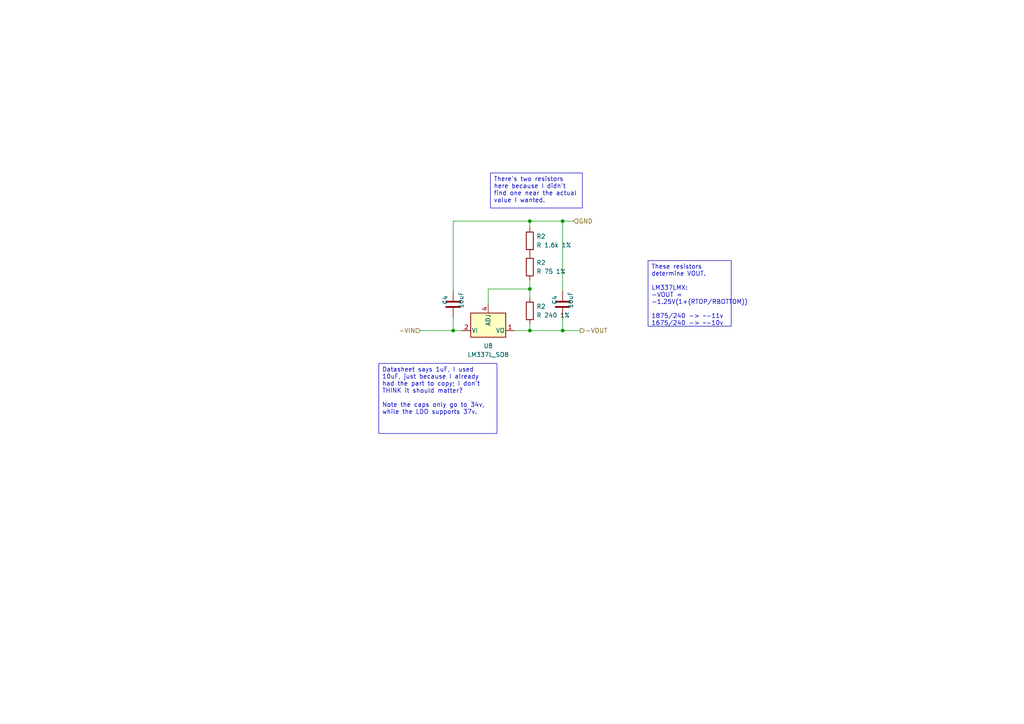
<source format=kicad_sch>
(kicad_sch (version 20230121) (generator eeschema)
  (paper "A4")
  (title_block (title "Negative LDO: -10V"))
  (lib_symbols
    (symbol "Device:C" (pin_numbers hide) (pin_names (offset 0.254))
      (property "Reference" "C" (at 0.635 2.54 0))
      (property "Value" "C" (at 0.635 -2.54 0))
      (symbol "C_0_1"
        (polyline (pts (xy -2.032 -0.762) (xy 2.032 -0.762)) (stroke (width 0.508)))
        (polyline (pts (xy -2.032 0.762) (xy 2.032 0.762)) (stroke (width 0.508)))
      )
      (symbol "C_1_1"
        (pin passive line (at 0 3.81 270) (length 2.794) (name "~") (number "1"))
        (pin passive line (at 0 -3.81 90) (length 2.794) (name "~") (number "2"))
      )
    )
    (symbol "Device:R" (pin_numbers hide) (pin_names (offset 0))
      (property "Reference" "R" (at 2.032 0 90))
      (property "Value" "R" (at 0 0 90))
      (symbol "R_0_1"
        (rectangle (start -1.016 -2.54) (end 1.016 2.54) (stroke (width 0.254)))
      )
      (symbol "R_1_1"
        (pin passive line (at 0 3.81 270) (length 1.27) (name "~") (number "1"))
        (pin passive line (at 0 -3.81 90) (length 1.27) (name "~") (number "2"))
      )
    )
    (symbol "Regulator_Linear:LM337L_SO8" (pin_names (offset 0.254))
      (property "Reference" "U" (at -3.81 -3.175 0))
      (property "Value" "LM337L_SO8" (at 0 -3.175 0))
      (symbol "LM337L_SO8_0_1"
        (rectangle (start -5.08 5.08) (end 5.08 -1.905) (stroke (width 0.254)) (fill (type background)))
      )
      (symbol "LM337L_SO8_1_1"
        (pin power_out line (at 7.62 0 180) (length 2.54) (name "VO") (number "1"))
        (pin power_in line (at -7.62 0 0) (length 2.54) (name "VI") (number "2"))
        (pin passive line (at -7.62 0 0) (length 2.54) hide (name "VI") (number "3"))
        (pin input line (at 0 7.62 270) (length 2.54) (name "ADJ") (number "4"))
        (pin no_connect line (at -5.08 2.54 0) (length 2.54) hide (name "NC") (number "5"))
        (pin passive line (at -7.62 0 0) (length 2.54) hide (name "VI") (number "6"))
        (pin passive line (at -7.62 0 0) (length 2.54) hide (name "VI") (number "7"))
        (pin no_connect line (at 5.08 2.54 180) (length 2.54) hide (name "NC") (number "8"))
      )
    )
  )
  (junction (at 153.67 83.82))
  (junction (at 131.445 95.885))
  (junction (at 163.195 95.885))
  (junction (at 153.67 95.885))
  (junction (at 163.195 64.135))
  (junction (at 153.67 64.135))
  (wire (pts (xy 131.445 95.885) (xy 133.985 95.885)))
  (wire (pts (xy 153.67 64.135) (xy 153.67 66.04)))
  (wire (pts (xy 141.605 83.82) (xy 153.67 83.82)))
  (wire (pts (xy 153.67 93.98) (xy 153.67 95.885)))
  (wire (pts (xy 153.67 83.82) (xy 153.67 86.36)))
  (wire (pts (xy 141.605 83.82) (xy 141.605 88.265)))
  (wire (pts (xy 121.92 95.885) (xy 131.445 95.885)))
  (wire (pts (xy 131.445 64.135) (xy 153.67 64.135)))
  (wire (pts (xy 163.195 64.135) (xy 166.37 64.135)))
  (wire (pts (xy 163.195 95.885) (xy 163.195 92.075)))
  (wire (pts (xy 153.67 95.885) (xy 163.195 95.885)))
  (wire (pts (xy 163.195 95.885) (xy 168.275 95.885)))
  (wire (pts (xy 131.445 92.075) (xy 131.445 95.885)))
  (wire (pts (xy 153.67 81.28) (xy 153.67 83.82)))
  (wire (pts (xy 149.225 95.885) (xy 153.67 95.885)))
  (wire (pts (xy 163.195 64.135) (xy 163.195 84.455)))
  (wire (pts (xy 131.445 64.135) (xy 131.445 84.455)))
  (wire (pts (xy 153.67 64.135) (xy 163.195 64.135)))
  (text_box "There's two resistors here because I didn't find one near the actual value I wanted." (at 142.24 50.165 0) (size 26.67 10.16) (effects (font (size 1.27 1.27)) (justify left top)))
  (text_box "Datasheet says 1uF, I used 10uF, just because I already had the part to copy; I don't THINK it should matter?\n\nNote the caps only go to 34v, while the LDO supports 37v." (at 109.855 105.41 0) (size 34.29 20.32) (effects (font (size 1.27 1.27)) (justify left top)))
  (text_box "These resistors determine VOUT.\n\nLM337LMX:\n-VOUT = -1.25V(1+(RTOP/RBOTTOM))\n\n1875/240 -> ~-11v\n1675/240 -> ~-10v" (at 187.96 75.565 0) (size 24.13 19.05) (effects (font (size 1.27 1.27)) (justify left top)))
  (hierarchical_label "GND" (shape input) (at 166.37 64.135 0))
  (hierarchical_label "-VIN" (shape input) (at 121.92 95.885 180))
  (hierarchical_label "-VOUT" (shape output) (at 168.275 95.885 0))
  (symbol (lib_id "Device:R") (at 153.67 77.47 0) (unit 1)
    (property "Reference" "R2" (at 155.575 76.2 0) (effects (justify left)))
    (property "Value" "R 75 1%" (at 155.575 78.74 0) (effects (justify left)))
    (property "Footprint" "Resistor_SMD:R_0402_1005Metric" (effects hide))
    (property "MFR" "0402WGF750JTCE" (effects hide))
    (property "LCSC" "C25133" (effects hide))
    (property "Description" "62.5mW Thick Film Resistors ±100ppm/℃ ±1% 75Ω 0402  Chip Resistor - Surface Mount ROHS" (effects hide))
    (property "URL" "https://jlcpcb.com/partdetail/25876-0402WGF750JTCE/C25133" (effects hide))
    (instances (project "kicad_deps" (path "" (reference "R2") (unit 1)) (path "" (reference "R11") (unit 1)) (path "" (reference "R14") (unit 1)) (path "" (reference "R16") (unit 1))))
  )
  (symbol (lib_id "Device:C") (at 131.445 88.265 0) (unit 1)
    (property "Reference" "C4" (at 129.155 87.015 90))
    (property "Value" "10uF" (at 133.745 87.015 90))
    (property "Footprint" "Capacitor_SMD:C_0603_1608Metric" (effects hide))
    (property "MFR" "GRM188R6YA106MA73D" (effects hide))
    (property "LCSC" "C194427" (effects hide))
    (property "Description" "35V 10uF X5R ±20% 0603  Multilayer Ceramic Capacitors MLCC - SMD/SMT ROHS" (effects hide))
    (property "URL" "https://jlcpcb.com/partdetail/235742-GRM188R6YA106MA73D/C194427" (effects hide))
    (instances (project "RP2040Breakout" (path "" (reference "C4") (unit 1))) (project "Pico_FT232H_pair" (path "" (reference "C1") (unit 1))) (project "kicad_deps" (path "" (reference "C4") (unit 1)) (path "" (reference "C2") (unit 1)) (path "" (reference "C7") (unit 1)) (path "" (reference "C9") (unit 1)) (path "" (reference "C14") (unit 1)) (path "" (reference "C16") (unit 1))))
  )
  (symbol (lib_id "Device:C") (at 163.195 88.265 0) (unit 1)
    (property "Reference" "C4" (at 160.905 87.015 90))
    (property "Value" "10uF" (at 165.495 87.015 90))
    (property "Footprint" "Capacitor_SMD:C_0603_1608Metric" (effects hide))
    (property "MFR" "GRM188R6YA106MA73D" (effects hide))
    (property "LCSC" "C194427" (effects hide))
    (property "Description" "35V 10uF X5R ±20% 0603  Multilayer Ceramic Capacitors MLCC - SMD/SMT ROHS" (effects hide))
    (property "URL" "https://jlcpcb.com/partdetail/235742-GRM188R6YA106MA73D/C194427" (effects hide))
    (instances (project "RP2040Breakout" (path "" (reference "C4") (unit 1))) (project "Pico_FT232H_pair" (path "" (reference "C1") (unit 1))) (project "kicad_deps" (path "" (reference "C4") (unit 1)) (path "" (reference "C2") (unit 1)) (path "" (reference "C7") (unit 1)) (path "" (reference "C9") (unit 1)) (path "" (reference "C15") (unit 1)) (path "" (reference "C17") (unit 1))))
  )
  (symbol (lib_id "Device:R") (at 153.67 69.85 0) (unit 1)
    (property "Reference" "R2" (at 155.575 68.58 0) (effects (justify left)))
    (property "Value" "R 1.6k 1%" (at 155.575 71.12 0) (effects (justify left)))
    (property "Footprint" "Resistor_SMD:R_0402_1005Metric" (effects hide))
    (property "MFR" "0402WGF1601TCE" (effects hide))
    (property "LCSC" "C4908" (effects hide))
    (property "Description" "62.5mW Thick Film Resistors ±100ppm/℃ ±1% 1.6kΩ 0402  Chip Resistor - Surface Mount ROHS" (effects hide))
    (property "URL" "https://jlcpcb.com/partdetail/5316-0402WGF1601TCE/C4908" (effects hide))
    (instances (project "kicad_deps" (path "" (reference "R2") (unit 1)) (path "" (reference "R11") (unit 1)) (path "" (reference "R13") (unit 1)) (path "" (reference "R15") (unit 1))))
  )
  (symbol (lib_id "Regulator_Linear:LM337L_SO8") (at 141.605 95.885 0) (unit 1)
    (property "Reference" "U8" (at 141.605 100.33 0))
    (property "Value" "LM337L_SO8" (at 141.605 102.87 0))
    (property "Footprint" "Package_SO:SOIC-8_3.9x4.9mm_P1.27mm" (effects hide))
    (property "Datasheet" "http://www.ti.com/lit/ds/symlink/lm337l.pdf" (effects hide))
    (instances (project "kicad_deps" (path "" (reference "U8") (unit 1)) (path "" (reference "U9") (unit 1))))
  )
  (symbol (lib_id "Device:R") (at 153.67 90.17 0) (unit 1)
    (property "Reference" "R2" (at 155.575 88.9 0) (effects (justify left)))
    (property "Value" "R 240 1%" (at 155.575 91.44 0) (effects (justify left)))
    (property "Footprint" "Resistor_SMD:R_0402_1005Metric" (effects hide))
    (property "MFR" "0402WGF2400TCE" (effects hide))
    (property "LCSC" "C25094" (effects hide))
    (property "Description" "62.5mW Thick Film Resistors ±100ppm/℃ ±1% 240Ω 0402  Chip Resistor - Surface Mount ROHS" (effects hide))
    (property "URL" "https://jlcpcb.com/partdetail/25837-0402WGF2400TCE/C25094" (effects hide))
    (instances (project "kicad_deps" (path "" (reference "R2") (unit 1)) (path "" (reference "R11") (unit 1)) (path "" (reference "R12") (unit 1)) (path "" (reference "R17") (unit 1))))
  )
)
</source>
